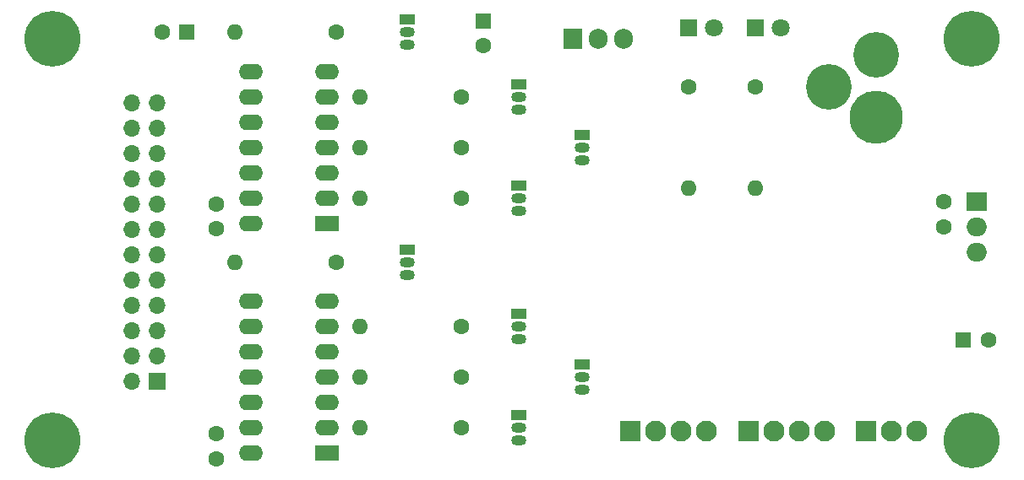
<source format=gbr>
%TF.GenerationSoftware,KiCad,Pcbnew,(5.1.9)-1*%
%TF.CreationDate,2021-05-06T15:16:18-04:00*%
%TF.ProjectId,c64interface,63363469-6e74-4657-9266-6163652e6b69,rev?*%
%TF.SameCoordinates,Original*%
%TF.FileFunction,Soldermask,Top*%
%TF.FilePolarity,Negative*%
%FSLAX46Y46*%
G04 Gerber Fmt 4.6, Leading zero omitted, Abs format (unit mm)*
G04 Created by KiCad (PCBNEW (5.1.9)-1) date 2021-05-06 15:16:18*
%MOMM*%
%LPD*%
G01*
G04 APERTURE LIST*
%ADD10C,4.575000*%
%ADD11C,5.340000*%
%ADD12C,1.600000*%
%ADD13R,1.600000X1.600000*%
%ADD14C,2.100000*%
%ADD15R,2.100000X2.100000*%
%ADD16C,5.600000*%
%ADD17O,2.000000X1.905000*%
%ADD18R,2.000000X1.905000*%
%ADD19O,1.700000X1.700000*%
%ADD20R,1.700000X1.700000*%
%ADD21O,2.400000X1.600000*%
%ADD22R,2.400000X1.600000*%
%ADD23O,1.905000X2.000000*%
%ADD24R,1.905000X2.000000*%
%ADD25O,1.600000X1.600000*%
%ADD26R,1.500000X1.050000*%
%ADD27O,1.500000X1.050000*%
%ADD28C,1.800000*%
%ADD29R,1.800000X1.800000*%
G04 APERTURE END LIST*
D10*
%TO.C,J1*%
X126507000Y-91697500D03*
X121707000Y-94947500D03*
D11*
X126507000Y-97947500D03*
%TD*%
D12*
%TO.C,C6*%
X137724520Y-120365520D03*
D13*
X135224520Y-120365520D03*
%TD*%
D14*
%TO.C,J4*%
X130495000Y-129504000D03*
X127955000Y-129504000D03*
D15*
X125415000Y-129504000D03*
%TD*%
D16*
%TO.C,H4*%
X43916600Y-130439000D03*
%TD*%
%TO.C,H3*%
X136068000Y-90119200D03*
%TD*%
%TO.C,H2*%
X43916600Y-90119200D03*
%TD*%
%TO.C,H1*%
X136068000Y-130439000D03*
%TD*%
D17*
%TO.C,U4*%
X136520000Y-111526000D03*
X136520000Y-108986000D03*
D18*
X136520000Y-106446000D03*
%TD*%
D12*
%TO.C,C3*%
X54904000Y-89450000D03*
D13*
X57404000Y-89450000D03*
%TD*%
D19*
%TO.C,CN1*%
X51900000Y-96540000D03*
X54440000Y-96540000D03*
X51900000Y-99080000D03*
X54440000Y-99080000D03*
X51900000Y-101620000D03*
X54440000Y-101620000D03*
X51900000Y-104160000D03*
X54440000Y-104160000D03*
X51900000Y-106700000D03*
X54440000Y-106700000D03*
X51900000Y-109240000D03*
X54440000Y-109240000D03*
X51900000Y-111780000D03*
X54440000Y-111780000D03*
X51900000Y-114320000D03*
X54440000Y-114320000D03*
X51900000Y-116860000D03*
X54440000Y-116860000D03*
X51900000Y-119400000D03*
X54440000Y-119400000D03*
X51900000Y-121940000D03*
X54440000Y-121940000D03*
X51900000Y-124480000D03*
D20*
X54440000Y-124480000D03*
%TD*%
D21*
%TO.C,U3*%
X63820000Y-108613000D03*
X71440000Y-93373000D03*
X63820000Y-106073000D03*
X71440000Y-95913000D03*
X63820000Y-103533000D03*
X71440000Y-98453000D03*
X63820000Y-100993000D03*
X71440000Y-100993000D03*
X63820000Y-98453000D03*
X71440000Y-103533000D03*
X63820000Y-95913000D03*
X71440000Y-106073000D03*
X63820000Y-93373000D03*
D22*
X71440000Y-108613000D03*
%TD*%
D21*
%TO.C,U2*%
X63820000Y-131690000D03*
X71440000Y-116450000D03*
X63820000Y-129150000D03*
X71440000Y-118990000D03*
X63820000Y-126610000D03*
X71440000Y-121530000D03*
X63820000Y-124070000D03*
X71440000Y-124070000D03*
X63820000Y-121530000D03*
X71440000Y-126610000D03*
X63820000Y-118990000D03*
X71440000Y-129150000D03*
X63820000Y-116450000D03*
D22*
X71440000Y-131690000D03*
%TD*%
D23*
%TO.C,U1*%
X101183200Y-90120000D03*
X98643200Y-90120000D03*
D24*
X96103200Y-90120000D03*
%TD*%
D25*
%TO.C,R10*%
X107648000Y-105117500D03*
D12*
X107648000Y-94957500D03*
%TD*%
D25*
%TO.C,R9*%
X114322000Y-105117500D03*
D12*
X114322000Y-94957500D03*
%TD*%
D25*
%TO.C,R8*%
X62240000Y-89450000D03*
D12*
X72400000Y-89450000D03*
%TD*%
D25*
%TO.C,R7*%
X74730000Y-95913300D03*
D12*
X84890000Y-95913300D03*
%TD*%
D25*
%TO.C,R6*%
X74730000Y-100993000D03*
D12*
X84890000Y-100993000D03*
%TD*%
D25*
%TO.C,R5*%
X74730000Y-106073000D03*
D12*
X84890000Y-106073000D03*
%TD*%
D25*
%TO.C,R4*%
X62240000Y-112527000D03*
D12*
X72400000Y-112527000D03*
%TD*%
D25*
%TO.C,R3*%
X74730000Y-118990000D03*
D12*
X84890000Y-118990000D03*
%TD*%
D25*
%TO.C,R2*%
X74730000Y-124070000D03*
D12*
X84890000Y-124070000D03*
%TD*%
D25*
%TO.C,R1*%
X74730000Y-129150000D03*
D12*
X84890000Y-129150000D03*
%TD*%
D26*
%TO.C,Q8*%
X79450000Y-88180000D03*
D27*
X79450000Y-90720000D03*
X79450000Y-89450000D03*
%TD*%
D26*
%TO.C,Q7*%
X90680000Y-94643300D03*
D27*
X90680000Y-97183300D03*
X90680000Y-95913300D03*
%TD*%
D26*
%TO.C,Q6*%
X96980000Y-99723300D03*
D27*
X96980000Y-102263300D03*
X96980000Y-100993300D03*
%TD*%
D26*
%TO.C,Q5*%
X90680000Y-104803000D03*
D27*
X90680000Y-107343000D03*
X90680000Y-106073000D03*
%TD*%
D26*
%TO.C,Q4*%
X79450000Y-111260000D03*
D27*
X79450000Y-113800000D03*
X79450000Y-112530000D03*
%TD*%
D26*
%TO.C,Q3*%
X90680000Y-117720000D03*
D27*
X90680000Y-120260000D03*
X90680000Y-118990000D03*
%TD*%
D26*
%TO.C,Q2*%
X96980000Y-122800000D03*
D27*
X96980000Y-125340000D03*
X96980000Y-124070000D03*
%TD*%
D26*
%TO.C,Q1*%
X90680000Y-127880000D03*
D27*
X90680000Y-130420000D03*
X90680000Y-129150000D03*
%TD*%
D14*
%TO.C,J3*%
X121265000Y-129504000D03*
X118725000Y-129504000D03*
X116185000Y-129504000D03*
D15*
X113645000Y-129504000D03*
%TD*%
D14*
%TO.C,J2*%
X109494000Y-129504000D03*
X106954000Y-129504000D03*
X104414000Y-129504000D03*
D15*
X101874000Y-129504000D03*
%TD*%
D28*
%TO.C,D2*%
X110188000Y-88970000D03*
D29*
X107648000Y-88970000D03*
%TD*%
D28*
%TO.C,D1*%
X116862000Y-88970000D03*
D29*
X114322000Y-88970000D03*
%TD*%
D12*
%TO.C,C5*%
X60340000Y-106663000D03*
X60340000Y-109163000D03*
%TD*%
%TO.C,C4*%
X60340000Y-129740000D03*
X60340000Y-132240000D03*
%TD*%
%TO.C,C2*%
X133279000Y-108962000D03*
X133279000Y-106462000D03*
%TD*%
%TO.C,C1*%
X87130000Y-90809800D03*
D13*
X87130000Y-88309800D03*
%TD*%
M02*

</source>
